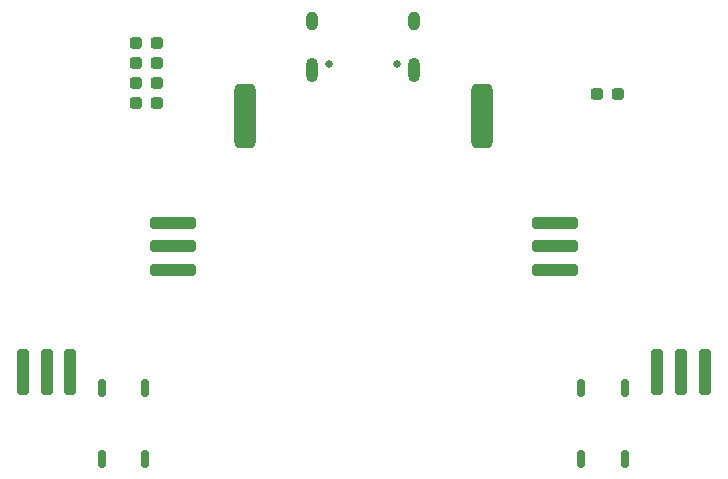
<source format=gbr>
%TF.GenerationSoftware,KiCad,Pcbnew,(6.0.5)*%
%TF.CreationDate,2023-01-30T15:53:00+08:00*%
%TF.ProjectId,Mini_Remoter,4d696e69-5f52-4656-9d6f-7465722e6b69,rev?*%
%TF.SameCoordinates,Original*%
%TF.FileFunction,Soldermask,Top*%
%TF.FilePolarity,Negative*%
%FSLAX46Y46*%
G04 Gerber Fmt 4.6, Leading zero omitted, Abs format (unit mm)*
G04 Created by KiCad (PCBNEW (6.0.5)) date 2023-01-30 15:53:00*
%MOMM*%
%LPD*%
G01*
G04 APERTURE LIST*
G04 Aperture macros list*
%AMRoundRect*
0 Rectangle with rounded corners*
0 $1 Rounding radius*
0 $2 $3 $4 $5 $6 $7 $8 $9 X,Y pos of 4 corners*
0 Add a 4 corners polygon primitive as box body*
4,1,4,$2,$3,$4,$5,$6,$7,$8,$9,$2,$3,0*
0 Add four circle primitives for the rounded corners*
1,1,$1+$1,$2,$3*
1,1,$1+$1,$4,$5*
1,1,$1+$1,$6,$7*
1,1,$1+$1,$8,$9*
0 Add four rect primitives between the rounded corners*
20,1,$1+$1,$2,$3,$4,$5,0*
20,1,$1+$1,$4,$5,$6,$7,0*
20,1,$1+$1,$6,$7,$8,$9,0*
20,1,$1+$1,$8,$9,$2,$3,0*%
G04 Aperture macros list end*
%ADD10C,0.650000*%
%ADD11O,1.000000X2.100000*%
%ADD12O,1.000000X1.600000*%
%ADD13RoundRect,0.450000X-0.450000X-2.300000X0.450000X-2.300000X0.450000X2.300000X-0.450000X2.300000X0*%
%ADD14RoundRect,0.175000X-0.175000X0.575000X-0.175000X-0.575000X0.175000X-0.575000X0.175000X0.575000X0*%
%ADD15RoundRect,0.175000X0.175000X-0.575000X0.175000X0.575000X-0.175000X0.575000X-0.175000X-0.575000X0*%
%ADD16RoundRect,0.250000X0.250000X-1.700000X0.250000X1.700000X-0.250000X1.700000X-0.250000X-1.700000X0*%
%ADD17RoundRect,0.250000X1.700000X0.250000X-1.700000X0.250000X-1.700000X-0.250000X1.700000X-0.250000X0*%
%ADD18RoundRect,0.250000X-0.250000X1.700000X-0.250000X-1.700000X0.250000X-1.700000X0.250000X1.700000X0*%
%ADD19RoundRect,0.237500X-0.287500X-0.237500X0.287500X-0.237500X0.287500X0.237500X-0.287500X0.237500X0*%
%ADD20RoundRect,0.237500X0.287500X0.237500X-0.287500X0.237500X-0.287500X-0.237500X0.287500X-0.237500X0*%
G04 APERTURE END LIST*
D10*
%TO.C,USB1*%
X103090000Y-86795000D03*
X97310000Y-86795000D03*
D11*
X95880000Y-87295000D03*
D12*
X95880000Y-83115000D03*
D11*
X104520000Y-87295000D03*
D12*
X104520000Y-83115000D03*
%TD*%
D13*
%TO.C,SW5*%
X110215000Y-91185000D03*
X90215000Y-91185000D03*
%TD*%
D14*
%TO.C,SW4*%
X81765000Y-114185000D03*
X81765000Y-120185000D03*
X78065000Y-120185000D03*
X78065000Y-114185000D03*
%TD*%
D15*
%TO.C,SW3*%
X122365000Y-120185000D03*
X122365000Y-114185000D03*
X118665000Y-114185000D03*
X118665000Y-120185000D03*
%TD*%
D16*
%TO.C,J3*%
X125100000Y-112880000D03*
X127100000Y-112880000D03*
X129100000Y-112880000D03*
D17*
X116420000Y-100200000D03*
X116420000Y-102200000D03*
X116420000Y-104200000D03*
%TD*%
%TO.C,J2*%
X84095000Y-104185000D03*
X84095000Y-102185000D03*
X84095000Y-100185000D03*
D18*
X71415000Y-112865000D03*
X73415000Y-112865000D03*
X75415000Y-112865000D03*
%TD*%
D19*
%TO.C,D5*%
X121775000Y-89300000D03*
X120025000Y-89300000D03*
%TD*%
D20*
%TO.C,D4*%
X82700000Y-85000000D03*
X80950000Y-85000000D03*
%TD*%
D19*
%TO.C,D3*%
X80950000Y-86700000D03*
X82700000Y-86700000D03*
%TD*%
D20*
%TO.C,D2*%
X82700000Y-88400000D03*
X80950000Y-88400000D03*
%TD*%
D19*
%TO.C,D1*%
X80950000Y-90100000D03*
X82700000Y-90100000D03*
%TD*%
M02*

</source>
